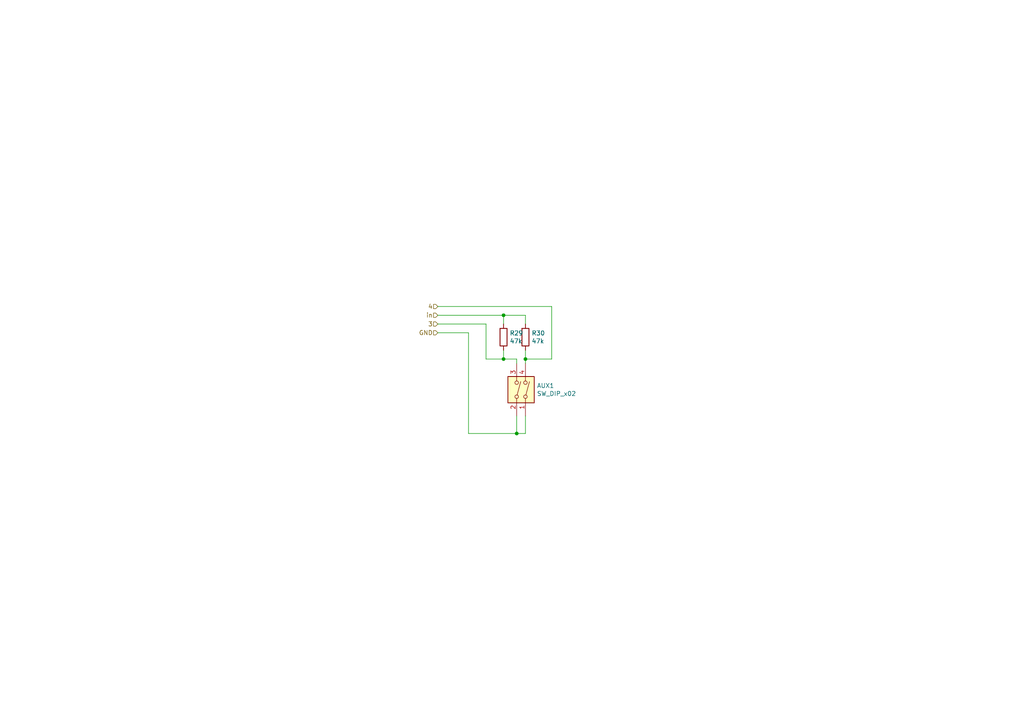
<source format=kicad_sch>
(kicad_sch (version 20211123) (generator eeschema)
  (paper "A4")
  (lib_symbols
    (symbol "Device:R" (pin_numbers hide) (pin_names (offset 0))
      (property "Reference" "R" (at 2.032 0 90))
      (property "Value" "R" (at 0 0 90))
      (symbol "R_0_1"
        (rectangle (start -1.016 -2.54) (end 1.016 2.54) (stroke (width 0.254)))
      )
      (symbol "R_1_1"
        (pin passive line (at 0 3.81 270) (length 1.27) (name "~") (number "1"))
        (pin passive line (at 0 -3.81 90) (length 1.27) (name "~") (number "2"))
      )
    )
    (symbol "Switch:SW_DIP_x02" (pin_names (offset 0) hide)
      (property "Reference" "SW" (at 0 6.35 0))
      (property "Value" "SW_DIP_x02" (at 0 -3.81 0))
      (symbol "SW_DIP_x02_0_0"
        (circle (center -2.032 0) (radius 0.508))
        (circle (center -2.032 2.54) (radius 0.508))
        (polyline (pts (xy -1.524 0.127) (xy 2.3622 1.1684)))
        (polyline (pts (xy -1.524 2.667) (xy 2.3622 3.7084)))
        (circle (center 2.032 0) (radius 0.508))
        (circle (center 2.032 2.54) (radius 0.508))
      )
      (symbol "SW_DIP_x02_0_1"
        (rectangle (start -3.81 5.08) (end 3.81 -2.54) (stroke (width 0.254)) (fill (type background)))
      )
      (symbol "SW_DIP_x02_1_1"
        (pin passive line (at -7.62 2.54 0) (length 5.08) (name "~") (number "1"))
        (pin passive line (at -7.62 0 0) (length 5.08) (name "~") (number "2"))
        (pin passive line (at 7.62 0 180) (length 5.08) (name "~") (number "3"))
        (pin passive line (at 7.62 2.54 180) (length 5.08) (name "~") (number "4"))
      )
    )
  )
  (junction (at 146.05 104.14))
  (junction (at 152.4 104.14))
  (junction (at 149.86 125.73))
  (junction (at 146.05 91.44))
  (wire (pts (xy 152.4 91.44) (xy 152.4 93.98)))
  (wire (pts (xy 152.4 125.73) (xy 152.4 120.65)))
  (wire (pts (xy 140.97 104.14) (xy 146.05 104.14)))
  (wire (pts (xy 135.89 125.73) (xy 149.86 125.73)))
  (wire (pts (xy 146.05 91.44) (xy 146.05 93.98)))
  (wire (pts (xy 149.86 125.73) (xy 152.4 125.73)))
  (wire (pts (xy 160.02 104.14) (xy 152.4 104.14)))
  (wire (pts (xy 152.4 101.6) (xy 152.4 104.14)))
  (wire (pts (xy 152.4 104.14) (xy 152.4 105.41)))
  (wire (pts (xy 149.86 120.65) (xy 149.86 125.73)))
  (wire (pts (xy 140.97 93.98) (xy 140.97 104.14)))
  (wire (pts (xy 135.89 96.52) (xy 135.89 125.73)))
  (wire (pts (xy 160.02 88.9) (xy 160.02 104.14)))
  (wire (pts (xy 127 88.9) (xy 160.02 88.9)))
  (wire (pts (xy 127 96.52) (xy 135.89 96.52)))
  (wire (pts (xy 146.05 104.14) (xy 149.86 104.14)))
  (wire (pts (xy 146.05 91.44) (xy 152.4 91.44)))
  (wire (pts (xy 149.86 104.14) (xy 149.86 105.41)))
  (wire (pts (xy 146.05 101.6) (xy 146.05 104.14)))
  (wire (pts (xy 127 93.98) (xy 140.97 93.98)))
  (wire (pts (xy 127 91.44) (xy 146.05 91.44)))
  (hierarchical_label "4" (shape input) (at 127 88.9 180))
  (hierarchical_label "3" (shape input) (at 127 93.98 180))
  (hierarchical_label "in" (shape input) (at 127 91.44 180))
  (hierarchical_label "GND" (shape input) (at 127 96.52 180))
  (symbol (lib_id "Device:R") (at 152.4 97.79 0) (unit 1)
    (property "Reference" "R30" (at 154.178 96.6216 0) (effects (justify left)))
    (property "Value" "47k" (at 154.178 98.933 0) (effects (justify left)))
    (property "Footprint" "Resistor_SMD:R_0603_1608Metric_Pad0.98x0.95mm_HandSolder" (effects hide))
  )
  (symbol (lib_id "Switch:SW_DIP_x02") (at 149.86 113.03 270) (mirror x) (unit 1)
    (property "Reference" "AUX1" (at 155.702 111.8616 90) (effects (justify left)))
    (property "Value" "SW_DIP_x02" (at 155.702 114.173 90) (effects (justify left)))
    (property "Footprint" "Button_Switch_THT:SW_DIP_SPSTx02_Slide_9.78x7.26mm_W7.62mm_P2.54mm" (effects hide))
  )
  (symbol (lib_id "Device:R") (at 146.05 97.79 0) (unit 1)
    (property "Reference" "R29" (at 147.828 96.6216 0) (effects (justify left)))
    (property "Value" "47k" (at 147.828 98.933 0) (effects (justify left)))
    (property "Footprint" "Resistor_SMD:R_0603_1608Metric_Pad0.98x0.95mm_HandSolder" (effects hide))
  )
)
</source>
